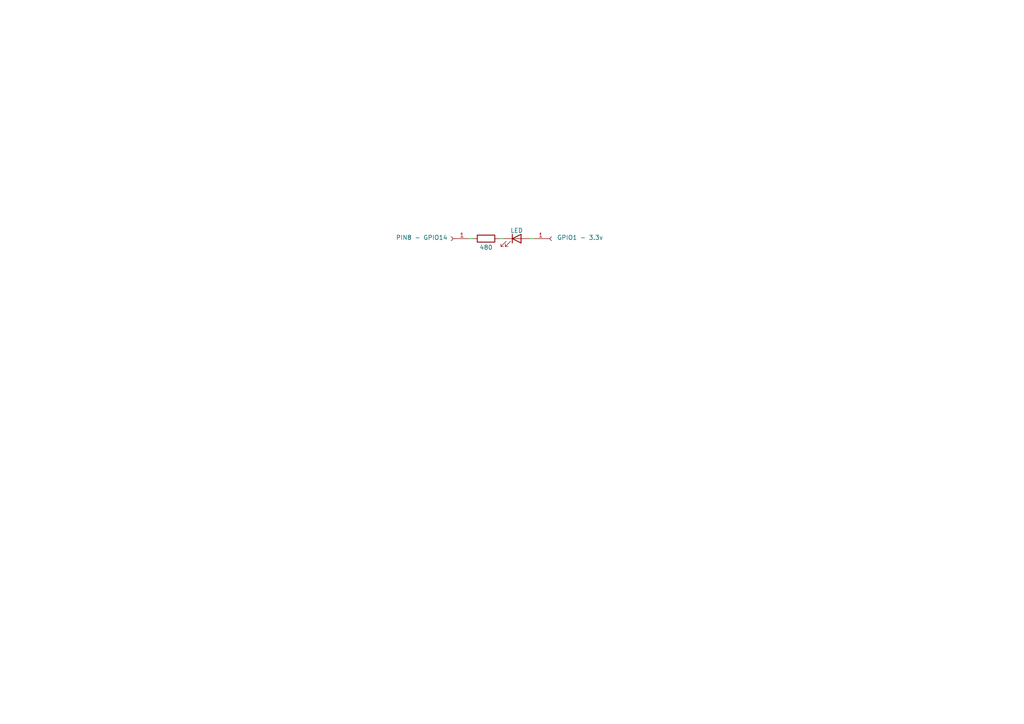
<source format=kicad_sch>
(kicad_sch (version 20211123) (generator eeschema)
  (paper "A4")
  (lib_symbols
    (symbol "Connector:Conn_01x01_Female" (pin_names (offset 1.016) hide)
      (property "Reference" "J" (at 0 2.54 0))
      (property "Value" "Conn_01x01_Female" (at 0 -2.54 0))
      (symbol "Conn_01x01_Female_1_1"
        (polyline (pts (xy -1.27 0) (xy -0.508 0)) (stroke (width 0.1524)))
        (arc (start 0 0.508) (mid -0.508 0) (end 0 -0.508) (stroke (width 0.1524)))
        (pin passive line (at -5.08 0 0) (length 3.81) (name "Pin_1") (number "1"))
      )
    )
    (symbol "Device:LED" (pin_numbers hide) (pin_names (offset 1.016) hide)
      (property "Reference" "D" (at 0 2.54 0))
      (property "Value" "LED" (at 0 -2.54 0))
      (symbol "LED_0_1"
        (polyline (pts (xy -1.27 -1.27) (xy -1.27 1.27)) (stroke (width 0.254)))
        (polyline (pts (xy -1.27 0) (xy 1.27 0)))
        (polyline (pts (xy 1.27 -1.27) (xy 1.27 1.27) (xy -1.27 0) (xy 1.27 -1.27)) (stroke (width 0.254)))
        (polyline (pts (xy -3.048 -0.762) (xy -4.572 -2.286) (xy -3.81 -2.286) (xy -4.572 -2.286) (xy -4.572 -1.524)))
        (polyline (pts (xy -1.778 -0.762) (xy -3.302 -2.286) (xy -2.54 -2.286) (xy -3.302 -2.286) (xy -3.302 -1.524)))
      )
      (symbol "LED_1_1"
        (pin passive line (at -3.81 0 0) (length 2.54) (name "K") (number "1"))
        (pin passive line (at 3.81 0 180) (length 2.54) (name "A") (number "2"))
      )
    )
    (symbol "Device:R" (pin_numbers hide) (pin_names (offset 0))
      (property "Reference" "R" (at 2.032 0 90))
      (property "Value" "R" (at 0 0 90))
      (symbol "R_0_1"
        (rectangle (start -1.016 -2.54) (end 1.016 2.54) (stroke (width 0.254)))
      )
      (symbol "R_1_1"
        (pin passive line (at 0 3.81 270) (length 1.27) (name "~") (number "1"))
        (pin passive line (at 0 -3.81 90) (length 1.27) (name "~") (number "2"))
      )
    )
  )
  (wire (pts (xy 154.94 69.215) (xy 153.67 69.215)))
  (wire (pts (xy 146.05 69.215) (xy 144.78 69.215)))
  (wire (pts (xy 137.16 69.215) (xy 135.89 69.215)))
  (symbol (lib_id "Device:LED") (at 149.86 69.215 0) (unit 1)
    (property "Reference" "D?" (effects hide))
    (property "Value" "LED" (at 148.0185 66.8655 0) (effects (justify left)))
  )
  (symbol (lib_id "Connector:Conn_01x01_Female") (at 160.02 69.215 0) (unit 1)
    (property "Reference" "J?" (effects hide))
    (property "Value" " GPIO1 - 3.3v" (at 174.9425 68.8975 0) (effects (justify right)))
  )
  (symbol (lib_id "Device:R") (at 140.97 69.215 270) (unit 1)
    (property "Reference" "R?" (effects hide))
    (property "Value" "480" (at 139.065 71.755 90) (effects (justify left)))
  )
  (symbol (lib_id "Connector:Conn_01x01_Female") (at 130.81 69.215 180) (unit 1)
    (property "Reference" "J?" (effects hide))
    (property "Value" "PIN8 - GPIO14" (at 129.8575 68.8975 0) (effects (justify left)))
  )
)
</source>
